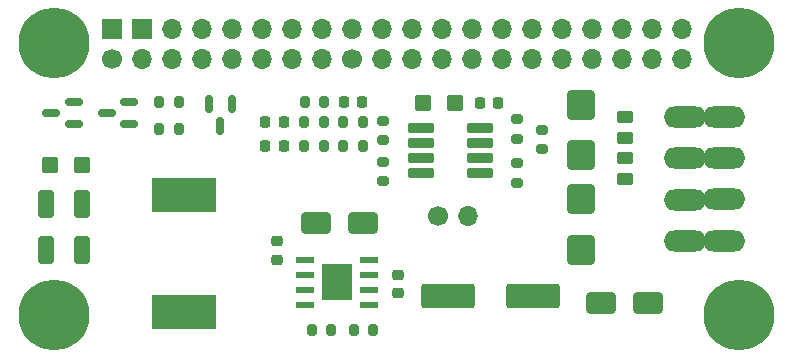
<source format=gbr>
G04 #@! TF.GenerationSoftware,KiCad,Pcbnew,8.0.7*
G04 #@! TF.CreationDate,2025-01-02T15:08:57-08:00*
G04 #@! TF.ProjectId,pi-zero-serial-hat,70692d7a-6572-46f2-9d73-657269616c2d,1.0*
G04 #@! TF.SameCoordinates,Original*
G04 #@! TF.FileFunction,Soldermask,Top*
G04 #@! TF.FilePolarity,Negative*
%FSLAX46Y46*%
G04 Gerber Fmt 4.6, Leading zero omitted, Abs format (unit mm)*
G04 Created by KiCad (PCBNEW 8.0.7) date 2025-01-02 15:08:57*
%MOMM*%
%LPD*%
G01*
G04 APERTURE LIST*
G04 Aperture macros list*
%AMRoundRect*
0 Rectangle with rounded corners*
0 $1 Rounding radius*
0 $2 $3 $4 $5 $6 $7 $8 $9 X,Y pos of 4 corners*
0 Add a 4 corners polygon primitive as box body*
4,1,4,$2,$3,$4,$5,$6,$7,$8,$9,$2,$3,0*
0 Add four circle primitives for the rounded corners*
1,1,$1+$1,$2,$3*
1,1,$1+$1,$4,$5*
1,1,$1+$1,$6,$7*
1,1,$1+$1,$8,$9*
0 Add four rect primitives between the rounded corners*
20,1,$1+$1,$2,$3,$4,$5,0*
20,1,$1+$1,$4,$5,$6,$7,0*
20,1,$1+$1,$6,$7,$8,$9,0*
20,1,$1+$1,$8,$9,$2,$3,0*%
G04 Aperture macros list end*
%ADD10C,6.000000*%
%ADD11RoundRect,0.200000X-0.200000X-0.275000X0.200000X-0.275000X0.200000X0.275000X-0.200000X0.275000X0*%
%ADD12RoundRect,0.250000X-0.900000X1.000000X-0.900000X-1.000000X0.900000X-1.000000X0.900000X1.000000X0*%
%ADD13RoundRect,0.150000X0.587500X0.150000X-0.587500X0.150000X-0.587500X-0.150000X0.587500X-0.150000X0*%
%ADD14O,3.600000X1.800000*%
%ADD15RoundRect,0.200000X-0.275000X0.200000X-0.275000X-0.200000X0.275000X-0.200000X0.275000X0.200000X0*%
%ADD16RoundRect,0.250000X0.450000X-0.262500X0.450000X0.262500X-0.450000X0.262500X-0.450000X-0.262500X0*%
%ADD17RoundRect,0.250000X0.450000X0.425000X-0.450000X0.425000X-0.450000X-0.425000X0.450000X-0.425000X0*%
%ADD18RoundRect,0.218750X-0.218750X-0.256250X0.218750X-0.256250X0.218750X0.256250X-0.218750X0.256250X0*%
%ADD19RoundRect,0.200000X0.200000X0.275000X-0.200000X0.275000X-0.200000X-0.275000X0.200000X-0.275000X0*%
%ADD20RoundRect,0.200000X0.275000X-0.200000X0.275000X0.200000X-0.275000X0.200000X-0.275000X-0.200000X0*%
%ADD21RoundRect,0.150000X-0.150000X0.587500X-0.150000X-0.587500X0.150000X-0.587500X0.150000X0.587500X0*%
%ADD22RoundRect,0.225000X0.250000X-0.225000X0.250000X0.225000X-0.250000X0.225000X-0.250000X-0.225000X0*%
%ADD23RoundRect,0.225000X-0.250000X0.225000X-0.250000X-0.225000X0.250000X-0.225000X0.250000X0.225000X0*%
%ADD24RoundRect,0.250000X0.412500X0.925000X-0.412500X0.925000X-0.412500X-0.925000X0.412500X-0.925000X0*%
%ADD25RoundRect,0.250000X-1.000000X-0.650000X1.000000X-0.650000X1.000000X0.650000X-1.000000X0.650000X0*%
%ADD26RoundRect,0.250000X0.900000X-1.000000X0.900000X1.000000X-0.900000X1.000000X-0.900000X-1.000000X0*%
%ADD27R,1.550000X0.600000*%
%ADD28R,2.600000X3.100000*%
%ADD29RoundRect,0.250001X1.999999X0.799999X-1.999999X0.799999X-1.999999X-0.799999X1.999999X-0.799999X0*%
%ADD30RoundRect,0.099250X-0.987750X-0.297750X0.987750X-0.297750X0.987750X0.297750X-0.987750X0.297750X0*%
%ADD31R,5.400000X2.900000*%
%ADD32C,1.700000*%
%ADD33O,1.700000X1.700000*%
%ADD34RoundRect,0.250000X1.000000X0.650000X-1.000000X0.650000X-1.000000X-0.650000X1.000000X-0.650000X0*%
%ADD35RoundRect,0.225000X-0.225000X-0.250000X0.225000X-0.250000X0.225000X0.250000X-0.225000X0.250000X0*%
%ADD36R,1.700000X1.700000*%
G04 APERTURE END LIST*
D10*
X121032000Y-94568000D03*
X179032000Y-94568000D03*
X179032000Y-117568000D03*
X121032000Y-117568000D03*
D11*
X142807000Y-118818000D03*
X144457000Y-118818000D03*
D12*
X165644500Y-107755500D03*
X165644500Y-112055500D03*
D13*
X122657000Y-101393000D03*
X122657000Y-99493000D03*
X120782000Y-100443000D03*
D14*
X177739500Y-111283000D03*
X177739500Y-107783000D03*
X177739500Y-104283000D03*
X177739500Y-100783000D03*
D15*
X162282000Y-101868000D03*
X162282000Y-103518000D03*
D16*
X169372000Y-106080500D03*
X169372000Y-104255500D03*
D17*
X123382000Y-104868000D03*
X120682000Y-104868000D03*
D11*
X142232000Y-99518000D03*
X143882000Y-99518000D03*
X142182000Y-103218000D03*
X143832000Y-103218000D03*
D15*
X160232000Y-100993000D03*
X160232000Y-102643000D03*
D18*
X138869500Y-103218000D03*
X140444500Y-103218000D03*
D19*
X131582000Y-99518000D03*
X129932000Y-99518000D03*
D14*
X174449500Y-111293000D03*
X174449500Y-107793000D03*
X174449500Y-104293000D03*
X174449500Y-100793000D03*
D20*
X160232000Y-106368000D03*
X160232000Y-104718000D03*
D21*
X136032000Y-99693000D03*
X134132000Y-99693000D03*
X135082000Y-101568000D03*
D17*
X154982000Y-99593000D03*
X152282000Y-99593000D03*
D22*
X139907000Y-112893000D03*
X139907000Y-111343000D03*
D23*
X150132000Y-114168000D03*
X150132000Y-115718000D03*
D11*
X129932000Y-101818000D03*
X131582000Y-101818000D03*
D20*
X148832000Y-102793000D03*
X148832000Y-101143000D03*
D18*
X145544500Y-99518000D03*
X147119500Y-99518000D03*
D11*
X145482000Y-101268000D03*
X147132000Y-101268000D03*
D13*
X127357000Y-101418000D03*
X127357000Y-99518000D03*
X125482000Y-100468000D03*
D24*
X123407000Y-112080500D03*
X120332000Y-112080500D03*
D25*
X167332000Y-116518000D03*
X171332000Y-116518000D03*
D26*
X165644500Y-104055500D03*
X165644500Y-99755500D03*
D27*
X142257000Y-112888000D03*
X142257000Y-114158000D03*
X142257000Y-115428000D03*
X142257000Y-116698000D03*
X147657000Y-116698000D03*
X147657000Y-115428000D03*
X147657000Y-114158000D03*
X147657000Y-112888000D03*
D28*
X144957000Y-114793000D03*
D11*
X145482000Y-103218000D03*
X147132000Y-103218000D03*
D15*
X148832000Y-104593000D03*
X148832000Y-106243000D03*
D16*
X169372000Y-102593000D03*
X169372000Y-100768000D03*
D29*
X161582000Y-115918000D03*
X154382000Y-115918000D03*
D30*
X152107000Y-101738000D03*
X152107000Y-103008000D03*
X152107000Y-104278000D03*
X152107000Y-105548000D03*
X157057000Y-105548000D03*
X157057000Y-104278000D03*
X157057000Y-103008000D03*
X157057000Y-101738000D03*
D31*
X132032000Y-107443000D03*
X132032000Y-117343000D03*
D24*
X123414500Y-108168000D03*
X120339500Y-108168000D03*
D32*
X153557000Y-109218000D03*
D33*
X156097000Y-109218000D03*
D18*
X138869500Y-101268000D03*
X140444500Y-101268000D03*
D34*
X147157000Y-109793000D03*
X143157000Y-109793000D03*
D35*
X157057000Y-99593000D03*
X158607000Y-99593000D03*
D11*
X146382000Y-118818000D03*
X148032000Y-118818000D03*
X142182000Y-101268000D03*
X143832000Y-101268000D03*
D32*
X125932000Y-95858000D03*
D36*
X125932000Y-93318000D03*
D33*
X128472000Y-95858000D03*
D36*
X128472000Y-93318000D03*
D33*
X131012000Y-95858000D03*
X131012000Y-93318000D03*
X133552000Y-95858000D03*
X133552000Y-93318000D03*
X136092000Y-95858000D03*
X136092000Y-93318000D03*
X138632000Y-95858000D03*
X138632000Y-93318000D03*
X141172000Y-95858000D03*
X141172000Y-93318000D03*
X143712000Y-95858000D03*
X143712000Y-93318000D03*
D32*
X146252000Y-95858000D03*
D33*
X146252000Y-93318000D03*
X148792000Y-95858000D03*
X148792000Y-93318000D03*
X151332000Y-95858000D03*
X151332000Y-93318000D03*
X153872000Y-95858000D03*
X153872000Y-93318000D03*
X156412000Y-95858000D03*
X156412000Y-93318000D03*
X158952000Y-95858000D03*
X158952000Y-93318000D03*
X161492000Y-95858000D03*
X161492000Y-93318000D03*
X164032000Y-95858000D03*
X164032000Y-93318000D03*
X166572000Y-95858000D03*
X166572000Y-93318000D03*
X169112000Y-95858000D03*
X169112000Y-93318000D03*
X171652000Y-95858000D03*
X171652000Y-93318000D03*
X174192000Y-95858000D03*
X174192000Y-93318000D03*
M02*

</source>
